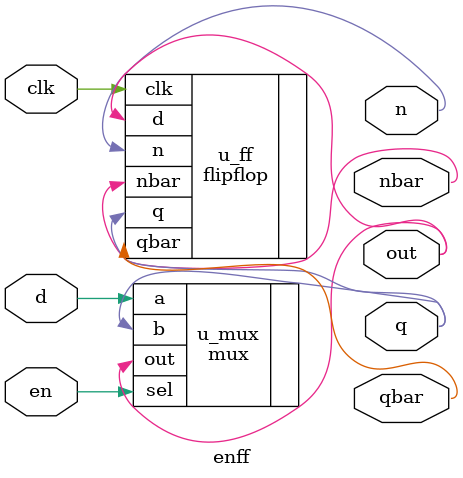
<source format=v>
`timescale 1ns / 1ps


module enff(
    input clk, d, en,
    output out, n, nbar,
    output q, qbar
    );
    
    mux u_mux(.a(d),.b(q),.sel(en),.out(out));
    flipflop u_ff(.clk(clk),.d(out),.n(n),.nbar(nbar),.q(q),.qbar(qbar));
endmodule

</source>
